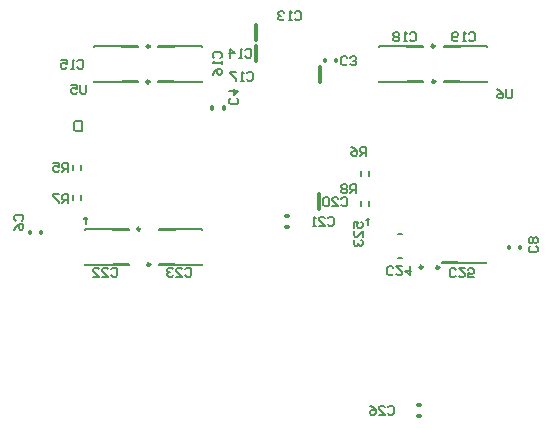
<source format=gbo>
%FSLAX25Y25*%
%MOIN*%
G70*
G01*
G75*
G04 Layer_Color=32896*
%ADD10C,0.00605*%
%ADD11R,0.03347X0.05118*%
%ADD12R,0.07087X0.06299*%
%ADD13C,0.02000*%
%ADD14R,0.01378X0.05512*%
%ADD15R,0.15000X0.08500*%
%ADD16R,0.02756X0.01575*%
%ADD17R,0.03543X0.02756*%
%ADD18R,0.06496X0.00984*%
%ADD19R,0.06496X0.00984*%
%ADD20R,0.06000X0.06000*%
%ADD21R,0.02756X0.03543*%
%ADD22R,0.05000X0.06000*%
%ADD23R,0.06000X0.05000*%
%ADD24C,0.00800*%
%ADD25C,0.02000*%
%ADD26C,0.00425*%
%ADD27C,0.00500*%
%ADD28C,0.00400*%
%ADD29C,0.00600*%
%ADD30C,0.05000*%
%ADD31R,0.05906X0.05906*%
%ADD32C,0.05906*%
%ADD33C,0.14000*%
%ADD34C,0.07400*%
%ADD35P,0.08352X4X152.0*%
%ADD36P,0.08352X4X298.0*%
%ADD37R,0.02362X0.03740*%
%ADD38C,0.03000*%
%ADD39C,0.04000*%
%ADD40P,0.02165X8X22.5*%
%ADD41R,0.03740X0.02362*%
%ADD42R,0.03937X0.03937*%
%ADD43C,0.03937*%
G04:AMPARAMS|DCode=44|XSize=78.74mil|YSize=78.74mil|CornerRadius=19.69mil|HoleSize=0mil|Usage=FLASHONLY|Rotation=0.000|XOffset=0mil|YOffset=0mil|HoleType=Round|Shape=RoundedRectangle|*
%AMROUNDEDRECTD44*
21,1,0.07874,0.03937,0,0,0.0*
21,1,0.03937,0.07874,0,0,0.0*
1,1,0.03937,0.01969,-0.01969*
1,1,0.03937,-0.01969,-0.01969*
1,1,0.03937,-0.01969,0.01969*
1,1,0.03937,0.01969,0.01969*
%
%ADD44ROUNDEDRECTD44*%
%ADD45C,0.03500*%
%ADD46R,0.05200X0.05200*%
%ADD47C,0.05200*%
%ADD48R,0.05200X0.05200*%
%ADD49R,0.02000X0.02000*%
%ADD50C,0.13000*%
%ADD51C,0.01800*%
%ADD52C,0.04000*%
%ADD53C,0.02800*%
%ADD54C,0.04500*%
%ADD55C,0.05543*%
%ADD56C,0.14800*%
%ADD57C,0.08200*%
%ADD58C,0.05500*%
G04:AMPARAMS|DCode=59|XSize=68mil|YSize=68mil|CornerRadius=0mil|HoleSize=0mil|Usage=FLASHONLY|Rotation=0.000|XOffset=0mil|YOffset=0mil|HoleType=Round|Shape=Relief|Width=10mil|Gap=10mil|Entries=4|*
%AMTHD59*
7,0,0,0.06800,0.04800,0.01000,45*
%
%ADD59THD59*%
G04:AMPARAMS|DCode=60|XSize=40mil|YSize=40mil|CornerRadius=0mil|HoleSize=0mil|Usage=FLASHONLY|Rotation=0.000|XOffset=0mil|YOffset=0mil|HoleType=Round|Shape=Relief|Width=6mil|Gap=8mil|Entries=4|*
%AMTHD60*
7,0,0,0.04000,0.02400,0.00600,45*
%
%ADD60THD60*%
G04:AMPARAMS|DCode=61|XSize=52mil|YSize=52mil|CornerRadius=0mil|HoleSize=0mil|Usage=FLASHONLY|Rotation=0.000|XOffset=0mil|YOffset=0mil|HoleType=Round|Shape=Relief|Width=6mil|Gap=8mil|Entries=4|*
%AMTHD61*
7,0,0,0.05200,0.03600,0.00600,45*
%
%ADD61THD61*%
G04:AMPARAMS|DCode=62|XSize=20mil|YSize=20mil|CornerRadius=0mil|HoleSize=0mil|Usage=FLASHONLY|Rotation=0.000|XOffset=0mil|YOffset=0mil|HoleType=Round|Shape=Relief|Width=4mil|Gap=3mil|Entries=4|*
%AMTHD62*
7,0,0,0.02000,0.01400,0.00400,45*
%
%ADD62THD62*%
%ADD63C,0.04913*%
%ADD64C,0.07315*%
%ADD65C,0.04200*%
%ADD66C,0.05800*%
%ADD67C,0.11600*%
%ADD68C,0.00480*%
%ADD69C,0.00390*%
%ADD70R,0.07874X0.08661*%
%ADD71R,0.06000X0.06000*%
%ADD72C,0.02500*%
%ADD73C,0.01500*%
G04:AMPARAMS|DCode=74|XSize=98mil|YSize=98mil|CornerRadius=0mil|HoleSize=0mil|Usage=FLASHONLY|Rotation=0.000|XOffset=0mil|YOffset=0mil|HoleType=Round|Shape=Relief|Width=10mil|Gap=10mil|Entries=4|*
%AMTHD74*
7,0,0,0.09800,0.07800,0.01000,45*
%
%ADD74THD74*%
%ADD75R,0.07874X0.08661*%
%ADD76R,0.09252X0.12205*%
%ADD77R,0.06299X0.06693*%
%ADD78R,0.06299X0.06693*%
%ADD79C,0.01000*%
%ADD80C,0.00375*%
%ADD81R,0.02000X0.01000*%
%ADD82R,0.07000X0.19000*%
%ADD83R,0.01000X0.14000*%
%ADD84R,0.05000X0.15000*%
%ADD85R,0.02000X0.01500*%
%ADD86R,0.06000X0.03500*%
%ADD87R,0.00500X0.01500*%
%ADD88R,0.01500X0.03000*%
%ADD89R,0.07500X0.26000*%
%ADD90R,0.02362X0.03740*%
%ADD91R,0.02362X0.03740*%
%ADD92R,0.02362X0.03740*%
%ADD93R,0.02362X0.03740*%
%ADD94R,0.03740X0.02362*%
%ADD95R,0.03740X0.02362*%
%ADD96R,0.06000X0.02760*%
%ADD97R,0.02107X0.03100*%
%ADD98R,0.05000X0.14260*%
%ADD99R,0.01000X0.13760*%
%ADD100R,0.02000X0.02000*%
%ADD101C,0.00984*%
%ADD102C,0.00787*%
%ADD103C,0.00394*%
%ADD104C,0.01200*%
%ADD105R,0.03747X0.05518*%
%ADD106R,0.07487X0.06699*%
%ADD107C,0.02400*%
%ADD108R,0.01778X0.05912*%
%ADD109R,0.15400X0.08900*%
%ADD110R,0.03156X0.01975*%
%ADD111R,0.03943X0.03156*%
%ADD112R,0.06896X0.01384*%
%ADD113R,0.06896X0.01384*%
%ADD114R,0.06400X0.06400*%
%ADD115R,0.03156X0.03943*%
%ADD116R,0.05400X0.06400*%
%ADD117R,0.06400X0.05400*%
%ADD118C,0.05400*%
%ADD119R,0.06306X0.06306*%
%ADD120C,0.06306*%
%ADD121C,0.14400*%
%ADD122C,0.07800*%
%ADD123P,0.08917X4X152.0*%
%ADD124P,0.08917X4X298.0*%
%ADD125R,0.02762X0.04140*%
%ADD126C,0.03400*%
%ADD127C,0.04400*%
%ADD128P,0.02598X8X22.5*%
%ADD129R,0.04140X0.02762*%
%ADD130R,0.04337X0.04337*%
%ADD131C,0.04337*%
G04:AMPARAMS|DCode=132|XSize=82.74mil|YSize=82.74mil|CornerRadius=21.69mil|HoleSize=0mil|Usage=FLASHONLY|Rotation=0.000|XOffset=0mil|YOffset=0mil|HoleType=Round|Shape=RoundedRectangle|*
%AMROUNDEDRECTD132*
21,1,0.08274,0.03937,0,0,0.0*
21,1,0.03937,0.08274,0,0,0.0*
1,1,0.04337,0.01969,-0.01969*
1,1,0.04337,-0.01969,-0.01969*
1,1,0.04337,-0.01969,0.01969*
1,1,0.04337,0.01969,0.01969*
%
%ADD132ROUNDEDRECTD132*%
%ADD133C,0.03900*%
%ADD134R,0.05600X0.05600*%
%ADD135C,0.05600*%
%ADD136R,0.05600X0.05600*%
%ADD137R,0.02400X0.02400*%
%ADD138C,0.02200*%
%ADD139R,0.08274X0.09061*%
%ADD140R,0.09652X0.12605*%
%ADD141R,0.06699X0.07093*%
%ADD142R,0.06699X0.07093*%
%ADD143R,0.08274X0.09061*%
%ADD144R,0.06400X0.06400*%
%ADD145R,0.02400X0.02400*%
D29*
X271347Y188374D02*
X271937Y187784D01*
X271347Y186110D02*
Y188374D01*
X270756Y187784D02*
X271347Y188374D01*
X176800Y188272D02*
X177390Y188862D01*
Y186598D02*
Y188862D01*
X177981Y188272D01*
X281628Y175400D02*
X282928D01*
X281528Y183300D02*
X282728D01*
X266729Y185401D02*
Y187400D01*
X268229D01*
X267729Y186400D01*
Y185900D01*
X268229Y185401D01*
X269228D01*
X269728Y185900D01*
Y186900D01*
X269228Y187400D01*
X269728Y182402D02*
Y184401D01*
X267729Y182402D01*
X267229D01*
X266729Y182901D01*
Y183901D01*
X267229Y184401D01*
Y181402D02*
X266729Y180902D01*
Y179902D01*
X267229Y179403D01*
X267729D01*
X268229Y179902D01*
Y180402D01*
Y179902D01*
X268728Y179403D01*
X269228D01*
X269728Y179902D01*
Y180902D01*
X269228Y181402D01*
X267628Y196800D02*
Y199799D01*
X266128D01*
X265629Y199299D01*
Y198300D01*
X266128Y197800D01*
X267628D01*
X266628D02*
X265629Y196800D01*
X264629Y199299D02*
X264129Y199799D01*
X263129D01*
X262630Y199299D01*
Y198799D01*
X263129Y198300D01*
X262630Y197800D01*
Y197300D01*
X263129Y196800D01*
X264129D01*
X264629Y197300D01*
Y197800D01*
X264129Y198300D01*
X264629Y198799D01*
Y199299D01*
X264129Y198300D02*
X263129D01*
X177528Y232999D02*
Y230500D01*
X177028Y230000D01*
X176029D01*
X175529Y230500D01*
Y232999D01*
X172530D02*
X174529D01*
Y231500D01*
X173529Y231999D01*
X173029D01*
X172530Y231500D01*
Y230500D01*
X173029Y230000D01*
X174029D01*
X174529Y230500D01*
X319528Y231499D02*
Y229000D01*
X319028Y228500D01*
X318028D01*
X317529Y229000D01*
Y231499D01*
X314530D02*
X315529Y230999D01*
X316529Y229999D01*
Y229000D01*
X316029Y228500D01*
X315030D01*
X314530Y229000D01*
Y229500D01*
X315030Y229999D01*
X316529D01*
X171528Y193500D02*
Y196499D01*
X170028D01*
X169529Y195999D01*
Y195000D01*
X170028Y194500D01*
X171528D01*
X170528D02*
X169529Y193500D01*
X168529Y196499D02*
X166530D01*
Y195999D01*
X168529Y194000D01*
Y193500D01*
X270928Y209400D02*
Y212399D01*
X269428D01*
X268929Y211899D01*
Y210899D01*
X269428Y210400D01*
X270928D01*
X269928D02*
X268929Y209400D01*
X265930Y212399D02*
X266929Y211899D01*
X267929Y210899D01*
Y209900D01*
X267429Y209400D01*
X266429D01*
X265930Y209900D01*
Y210400D01*
X266429Y210899D01*
X267929D01*
X220329Y241901D02*
X219829Y242401D01*
Y243400D01*
X220329Y243900D01*
X222328D01*
X222828Y243400D01*
Y242401D01*
X222328Y241901D01*
X222828Y240901D02*
Y239901D01*
Y240401D01*
X219829D01*
X220329Y240901D01*
X219829Y236402D02*
X220329Y237402D01*
X221328Y238402D01*
X222328D01*
X222828Y237902D01*
Y236902D01*
X222328Y236402D01*
X221828D01*
X221328Y236902D01*
Y238402D01*
X174629Y240899D02*
X175128Y241399D01*
X176128D01*
X176628Y240899D01*
Y238900D01*
X176128Y238400D01*
X175128D01*
X174629Y238900D01*
X173629Y238400D02*
X172629D01*
X173129D01*
Y241399D01*
X173629Y240899D01*
X169130Y241399D02*
X171130D01*
Y239899D01*
X170130Y240399D01*
X169630D01*
X169130Y239899D01*
Y238900D01*
X169630Y238400D01*
X170630D01*
X171130Y238900D01*
X185929Y171499D02*
X186428Y171999D01*
X187428D01*
X187928Y171499D01*
Y169500D01*
X187428Y169000D01*
X186428D01*
X185929Y169500D01*
X182930Y169000D02*
X184929D01*
X182930Y170999D01*
Y171499D01*
X183430Y171999D01*
X184429D01*
X184929Y171499D01*
X179931Y169000D02*
X181930D01*
X179931Y170999D01*
Y171499D01*
X180430Y171999D01*
X181430D01*
X181930Y171499D01*
X210529D02*
X211029Y171999D01*
X212028D01*
X212528Y171499D01*
Y169500D01*
X212028Y169000D01*
X211029D01*
X210529Y169500D01*
X207530Y169000D02*
X209529D01*
X207530Y170999D01*
Y171499D01*
X208030Y171999D01*
X209029D01*
X209529Y171499D01*
X206530D02*
X206030Y171999D01*
X205030D01*
X204531Y171499D01*
Y170999D01*
X205030Y170500D01*
X205530D01*
X205030D01*
X204531Y170000D01*
Y169500D01*
X205030Y169000D01*
X206030D01*
X206530Y169500D01*
X285400Y249999D02*
X285900Y250499D01*
X286900D01*
X287400Y249999D01*
Y248000D01*
X286900Y247500D01*
X285900D01*
X285400Y248000D01*
X284401Y247500D02*
X283401D01*
X283901D01*
Y250499D01*
X284401Y249999D01*
X281901D02*
X281401Y250499D01*
X280402D01*
X279902Y249999D01*
Y249499D01*
X280402Y249000D01*
X279902Y248500D01*
Y248000D01*
X280402Y247500D01*
X281401D01*
X281901Y248000D01*
Y248500D01*
X281401Y249000D01*
X281901Y249499D01*
Y249999D01*
X281401Y249000D02*
X280402D01*
X305029Y249999D02*
X305528Y250499D01*
X306528D01*
X307028Y249999D01*
Y248000D01*
X306528Y247500D01*
X305528D01*
X305029Y248000D01*
X304029Y247500D02*
X303029D01*
X303529D01*
Y250499D01*
X304029Y249999D01*
X301530Y248000D02*
X301030Y247500D01*
X300030D01*
X299530Y248000D01*
Y249999D01*
X300030Y250499D01*
X301030D01*
X301530Y249999D01*
Y249499D01*
X301030Y249000D01*
X299530D01*
X300827Y169401D02*
X300327Y168901D01*
X299328D01*
X298828Y169401D01*
Y171400D01*
X299328Y171900D01*
X300327D01*
X300827Y171400D01*
X303826Y171900D02*
X301827D01*
X303826Y169901D01*
Y169401D01*
X303327Y168901D01*
X302327D01*
X301827Y169401D01*
X306825Y168901D02*
X304826D01*
Y170401D01*
X305826Y169901D01*
X306326D01*
X306825Y170401D01*
Y171400D01*
X306326Y171900D01*
X305326D01*
X304826Y171400D01*
X279927Y170101D02*
X279428Y169601D01*
X278428D01*
X277928Y170101D01*
Y172100D01*
X278428Y172600D01*
X279428D01*
X279927Y172100D01*
X282926Y172600D02*
X280927D01*
X282926Y170601D01*
Y170101D01*
X282427Y169601D01*
X281427D01*
X280927Y170101D01*
X285426Y172600D02*
Y169601D01*
X283926Y171100D01*
X285925D01*
X230529Y244499D02*
X231029Y244999D01*
X232028D01*
X232528Y244499D01*
Y242500D01*
X232028Y242000D01*
X231029D01*
X230529Y242500D01*
X229529Y242000D02*
X228529D01*
X229029D01*
Y244999D01*
X229529Y244499D01*
X225530Y242000D02*
Y244999D01*
X227030Y243499D01*
X225030D01*
X231029Y236899D02*
X231528Y237399D01*
X232528D01*
X233028Y236899D01*
Y234900D01*
X232528Y234400D01*
X231528D01*
X231029Y234900D01*
X230029Y234400D02*
X229029D01*
X229529D01*
Y237399D01*
X230029Y236899D01*
X227530Y237399D02*
X225530D01*
Y236899D01*
X227530Y234900D01*
Y234400D01*
X262529Y194999D02*
X263029Y195499D01*
X264028D01*
X264528Y194999D01*
Y193000D01*
X264028Y192500D01*
X263029D01*
X262529Y193000D01*
X259530Y192500D02*
X261529D01*
X259530Y194499D01*
Y194999D01*
X260030Y195499D01*
X261029D01*
X261529Y194999D01*
X258530D02*
X258030Y195499D01*
X257030D01*
X256531Y194999D01*
Y193000D01*
X257030Y192500D01*
X258030D01*
X258530Y193000D01*
Y194999D01*
X227827Y228499D02*
X228327Y227999D01*
Y227000D01*
X227827Y226500D01*
X225828D01*
X225328Y227000D01*
Y227999D01*
X225828Y228499D01*
X225328Y230998D02*
X228327D01*
X226828Y229499D01*
Y231498D01*
X247029Y256999D02*
X247529Y257499D01*
X248528D01*
X249028Y256999D01*
Y255000D01*
X248528Y254500D01*
X247529D01*
X247029Y255000D01*
X246029Y254500D02*
X245029D01*
X245529D01*
Y257499D01*
X246029Y256999D01*
X243530D02*
X243030Y257499D01*
X242030D01*
X241530Y256999D01*
Y256499D01*
X242030Y255999D01*
X242530D01*
X242030D01*
X241530Y255500D01*
Y255000D01*
X242030Y254500D01*
X243030D01*
X243530Y255000D01*
X258029Y188499D02*
X258528Y188999D01*
X259528D01*
X260028Y188499D01*
Y186500D01*
X259528Y186000D01*
X258528D01*
X258029Y186500D01*
X255030Y186000D02*
X257029D01*
X255030Y187999D01*
Y188499D01*
X255529Y188999D01*
X256529D01*
X257029Y188499D01*
X254030Y186000D02*
X253030D01*
X253530D01*
Y188999D01*
X254030Y188499D01*
X278029Y125499D02*
X278528Y125999D01*
X279528D01*
X280028Y125499D01*
Y123500D01*
X279528Y123000D01*
X278528D01*
X278029Y123500D01*
X275030Y123000D02*
X277029D01*
X275030Y124999D01*
Y125499D01*
X275530Y125999D01*
X276529D01*
X277029Y125499D01*
X272031Y125999D02*
X273030Y125499D01*
X274030Y124499D01*
Y123500D01*
X273530Y123000D01*
X272530D01*
X272031Y123500D01*
Y124000D01*
X272530Y124499D01*
X274030D01*
X264527Y240001D02*
X264028Y239501D01*
X263028D01*
X262528Y240001D01*
Y242000D01*
X263028Y242500D01*
X264028D01*
X264527Y242000D01*
X265527Y240001D02*
X266027Y239501D01*
X267027D01*
X267526Y240001D01*
Y240501D01*
X267027Y241001D01*
X266527D01*
X267027D01*
X267526Y241500D01*
Y242000D01*
X267027Y242500D01*
X266027D01*
X265527Y242000D01*
X171528Y204000D02*
Y206999D01*
X170028D01*
X169529Y206499D01*
Y205500D01*
X170028Y205000D01*
X171528D01*
X170528D02*
X169529Y204000D01*
X166530Y206999D02*
X168529D01*
Y205500D01*
X167529Y205999D01*
X167030D01*
X166530Y205500D01*
Y204500D01*
X167030Y204000D01*
X168029D01*
X168529Y204500D01*
X327627Y179199D02*
X328127Y178700D01*
Y177700D01*
X327627Y177200D01*
X325628D01*
X325128Y177700D01*
Y178700D01*
X325628Y179199D01*
X327627Y180199D02*
X328127Y180699D01*
Y181699D01*
X327627Y182198D01*
X327127D01*
X326627Y181699D01*
X326128Y182198D01*
X325628D01*
X325128Y181699D01*
Y180699D01*
X325628Y180199D01*
X326128D01*
X326627Y180699D01*
X327127Y180199D01*
X327627D01*
X326627Y180699D02*
Y181699D01*
X154029Y187701D02*
X153529Y188200D01*
Y189200D01*
X154029Y189700D01*
X156028D01*
X156528Y189200D01*
Y188200D01*
X156028Y187701D01*
X153529Y184702D02*
X154029Y185701D01*
X155028Y186701D01*
X156028D01*
X156528Y186201D01*
Y185201D01*
X156028Y184702D01*
X155528D01*
X155028Y185201D01*
Y186701D01*
X176028Y221099D02*
Y217500D01*
X174229D01*
X173629Y218100D01*
Y220499D01*
X174229Y221099D01*
X176028D01*
D101*
X198690Y233995D02*
G03*
X198690Y233995I-492J0D01*
G01*
X293890Y234095D02*
G03*
X293890Y234095I-492J0D01*
G01*
X289728Y172200D02*
G03*
X289728Y172200I-492J0D01*
G01*
X195550Y184906D02*
G03*
X195550Y184906I-492J0D01*
G01*
X198890Y173094D02*
G03*
X198890Y173094I-492J0D01*
G01*
X198750Y245806D02*
G03*
X198750Y245806I-492J0D01*
G01*
X293650Y245905D02*
G03*
X293650Y245905I-492J0D01*
G01*
X295228Y172100D02*
G03*
X295228Y172100I-492J0D01*
G01*
D102*
X201545Y245806D02*
X216111D01*
X201545Y233994D02*
X216111D01*
Y245609D02*
Y245806D01*
X201545Y245609D02*
X206859D01*
X216111Y233994D02*
Y234191D01*
X201545D02*
X206859D01*
X271906Y192565D02*
Y194140D01*
X269150Y192565D02*
Y194140D01*
X296745Y245906D02*
X311311D01*
X296745Y234094D02*
X311311D01*
Y245709D02*
Y245906D01*
X296745Y245709D02*
X302059D01*
X311311Y234094D02*
Y234291D01*
X296745D02*
X302059D01*
X271906Y202713D02*
Y204287D01*
X269150Y202713D02*
Y204287D01*
X296145Y173594D02*
X310711D01*
Y173791D01*
X296145D02*
X301459D01*
X177145Y173094D02*
X191711D01*
X177145Y184906D02*
X191711D01*
X177145Y173094D02*
Y173291D01*
X186397D02*
X191711D01*
X177145Y184709D02*
Y184906D01*
X186397Y184709D02*
X191711D01*
X201745Y184906D02*
X216311D01*
X201745Y173094D02*
X216311D01*
Y184709D02*
Y184906D01*
X201745Y184709D02*
X207059D01*
X216311Y173094D02*
Y173291D01*
X201745D02*
X207059D01*
X180345Y233994D02*
X194911D01*
X180345Y245806D02*
X194911D01*
X180345Y233994D02*
Y234191D01*
X189597D02*
X194911D01*
X180345Y245609D02*
Y245806D01*
X189597Y245609D02*
X194911D01*
X275245Y234094D02*
X289811D01*
X275245Y245906D02*
X289811D01*
X275245Y234094D02*
Y234291D01*
X284497D02*
X289811D01*
X275245Y245709D02*
Y245906D01*
X284497Y245709D02*
X289811D01*
X175906Y194713D02*
Y196287D01*
X173150Y194713D02*
Y196287D01*
X175906Y204713D02*
Y206287D01*
X173150Y204713D02*
Y206287D01*
D104*
X158828Y183600D02*
Y184100D01*
X162628Y183600D02*
Y184100D01*
X318428Y178500D02*
Y179000D01*
X322228Y178500D02*
Y179000D01*
X260928Y240800D02*
Y241300D01*
X257128Y240800D02*
Y241300D01*
X234028Y241000D02*
Y246000D01*
X255528Y234000D02*
Y239000D01*
X255028Y191500D02*
Y196500D01*
X234028Y248000D02*
Y253000D01*
X288328Y126400D02*
X288828D01*
X288328Y122600D02*
X288828D01*
X244228Y185600D02*
X244728D01*
X244228Y189400D02*
X244728D01*
X219628Y225100D02*
Y225600D01*
X223428Y225100D02*
Y225600D01*
M02*

</source>
